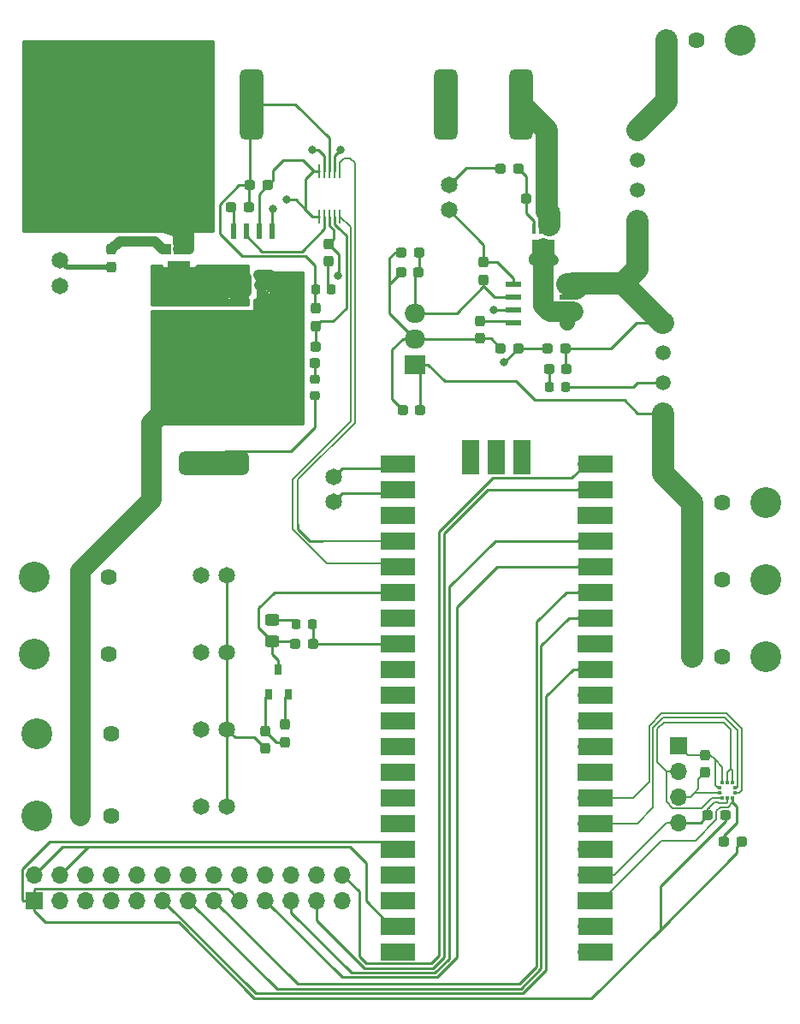
<source format=gtl>
G04 #@! TF.GenerationSoftware,KiCad,Pcbnew,(6.0.7)*
G04 #@! TF.CreationDate,2022-12-18T06:26:48+05:30*
G04 #@! TF.ProjectId,PowerBoard,506f7765-7242-46f6-9172-642e6b696361,rev?*
G04 #@! TF.SameCoordinates,Original*
G04 #@! TF.FileFunction,Copper,L1,Top*
G04 #@! TF.FilePolarity,Positive*
%FSLAX46Y46*%
G04 Gerber Fmt 4.6, Leading zero omitted, Abs format (unit mm)*
G04 Created by KiCad (PCBNEW (6.0.7)) date 2022-12-18 06:26:48*
%MOMM*%
%LPD*%
G01*
G04 APERTURE LIST*
G04 Aperture macros list*
%AMRoundRect*
0 Rectangle with rounded corners*
0 $1 Rounding radius*
0 $2 $3 $4 $5 $6 $7 $8 $9 X,Y pos of 4 corners*
0 Add a 4 corners polygon primitive as box body*
4,1,4,$2,$3,$4,$5,$6,$7,$8,$9,$2,$3,0*
0 Add four circle primitives for the rounded corners*
1,1,$1+$1,$2,$3*
1,1,$1+$1,$4,$5*
1,1,$1+$1,$6,$7*
1,1,$1+$1,$8,$9*
0 Add four rect primitives between the rounded corners*
20,1,$1+$1,$2,$3,$4,$5,0*
20,1,$1+$1,$4,$5,$6,$7,0*
20,1,$1+$1,$6,$7,$8,$9,0*
20,1,$1+$1,$8,$9,$2,$3,0*%
G04 Aperture macros list end*
G04 #@! TA.AperFunction,SMDPad,CuDef*
%ADD10RoundRect,0.237500X-0.237500X0.287500X-0.237500X-0.287500X0.237500X-0.287500X0.237500X0.287500X0*%
G04 #@! TD*
G04 #@! TA.AperFunction,ComponentPad*
%ADD11RoundRect,0.587500X-2.912500X0.587500X-2.912500X-0.587500X2.912500X-0.587500X2.912500X0.587500X0*%
G04 #@! TD*
G04 #@! TA.AperFunction,ComponentPad*
%ADD12C,1.620000*%
G04 #@! TD*
G04 #@! TA.AperFunction,ComponentPad*
%ADD13C,3.050000*%
G04 #@! TD*
G04 #@! TA.AperFunction,ComponentPad*
%ADD14R,1.700000X1.700000*%
G04 #@! TD*
G04 #@! TA.AperFunction,ComponentPad*
%ADD15O,1.700000X1.700000*%
G04 #@! TD*
G04 #@! TA.AperFunction,ComponentPad*
%ADD16C,1.650000*%
G04 #@! TD*
G04 #@! TA.AperFunction,SMDPad,CuDef*
%ADD17RoundRect,0.237500X0.287500X0.237500X-0.287500X0.237500X-0.287500X-0.237500X0.287500X-0.237500X0*%
G04 #@! TD*
G04 #@! TA.AperFunction,ComponentPad*
%ADD18R,2.000000X1.905000*%
G04 #@! TD*
G04 #@! TA.AperFunction,ComponentPad*
%ADD19O,2.000000X1.905000*%
G04 #@! TD*
G04 #@! TA.AperFunction,SMDPad,CuDef*
%ADD20RoundRect,0.237500X-0.287500X-0.237500X0.287500X-0.237500X0.287500X0.237500X-0.287500X0.237500X0*%
G04 #@! TD*
G04 #@! TA.AperFunction,SMDPad,CuDef*
%ADD21RoundRect,0.237500X0.237500X-0.287500X0.237500X0.287500X-0.237500X0.287500X-0.237500X-0.287500X0*%
G04 #@! TD*
G04 #@! TA.AperFunction,ComponentPad*
%ADD22R,1.520000X1.520000*%
G04 #@! TD*
G04 #@! TA.AperFunction,ComponentPad*
%ADD23C,1.520000*%
G04 #@! TD*
G04 #@! TA.AperFunction,SMDPad,CuDef*
%ADD24R,0.700000X1.000000*%
G04 #@! TD*
G04 #@! TA.AperFunction,SMDPad,CuDef*
%ADD25RoundRect,0.218750X0.256250X-0.218750X0.256250X0.218750X-0.256250X0.218750X-0.256250X-0.218750X0*%
G04 #@! TD*
G04 #@! TA.AperFunction,SMDPad,CuDef*
%ADD26RoundRect,0.218750X-0.218750X-0.256250X0.218750X-0.256250X0.218750X0.256250X-0.218750X0.256250X0*%
G04 #@! TD*
G04 #@! TA.AperFunction,SMDPad,CuDef*
%ADD27R,0.600000X1.550000*%
G04 #@! TD*
G04 #@! TA.AperFunction,SMDPad,CuDef*
%ADD28R,1.550000X0.600000*%
G04 #@! TD*
G04 #@! TA.AperFunction,SMDPad,CuDef*
%ADD29R,0.405000X0.990000*%
G04 #@! TD*
G04 #@! TA.AperFunction,SMDPad,CuDef*
%ADD30R,0.405000X0.510000*%
G04 #@! TD*
G04 #@! TA.AperFunction,SMDPad,CuDef*
%ADD31R,2.235000X1.725000*%
G04 #@! TD*
G04 #@! TA.AperFunction,SMDPad,CuDef*
%ADD32R,0.077000X0.250000*%
G04 #@! TD*
G04 #@! TA.AperFunction,SMDPad,CuDef*
%ADD33R,3.500000X1.700000*%
G04 #@! TD*
G04 #@! TA.AperFunction,SMDPad,CuDef*
%ADD34R,1.700000X3.500000*%
G04 #@! TD*
G04 #@! TA.AperFunction,SMDPad,CuDef*
%ADD35R,0.350000X0.380000*%
G04 #@! TD*
G04 #@! TA.AperFunction,SMDPad,CuDef*
%ADD36R,0.279400X1.333500*%
G04 #@! TD*
G04 #@! TA.AperFunction,ComponentPad*
%ADD37RoundRect,0.587500X0.587500X2.912500X-0.587500X2.912500X-0.587500X-2.912500X0.587500X-2.912500X0*%
G04 #@! TD*
G04 #@! TA.AperFunction,SMDPad,CuDef*
%ADD38RoundRect,0.250000X0.450000X-0.325000X0.450000X0.325000X-0.450000X0.325000X-0.450000X-0.325000X0*%
G04 #@! TD*
G04 #@! TA.AperFunction,SMDPad,CuDef*
%ADD39RoundRect,0.218750X0.218750X0.256250X-0.218750X0.256250X-0.218750X-0.256250X0.218750X-0.256250X0*%
G04 #@! TD*
G04 #@! TA.AperFunction,ViaPad*
%ADD40C,0.800000*%
G04 #@! TD*
G04 #@! TA.AperFunction,Conductor*
%ADD41C,0.250000*%
G04 #@! TD*
G04 #@! TA.AperFunction,Conductor*
%ADD42C,0.200000*%
G04 #@! TD*
G04 #@! TA.AperFunction,Conductor*
%ADD43C,2.000000*%
G04 #@! TD*
G04 #@! TA.AperFunction,Conductor*
%ADD44C,1.000000*%
G04 #@! TD*
G04 #@! TA.AperFunction,Conductor*
%ADD45C,2.500000*%
G04 #@! TD*
G04 #@! TA.AperFunction,Conductor*
%ADD46C,1.500000*%
G04 #@! TD*
G04 #@! TA.AperFunction,Conductor*
%ADD47C,2.200000*%
G04 #@! TD*
G04 #@! TA.AperFunction,Conductor*
%ADD48C,0.500000*%
G04 #@! TD*
G04 #@! TA.AperFunction,Conductor*
%ADD49C,0.254000*%
G04 #@! TD*
G04 APERTURE END LIST*
D10*
X86360000Y-80405000D03*
X86360000Y-82155000D03*
D11*
X96520000Y-94050000D03*
X96520000Y-101530000D03*
D12*
X146810000Y-105410000D03*
X143810000Y-105410000D03*
D13*
X151130000Y-105410000D03*
D14*
X142448606Y-129458684D03*
D15*
X142448606Y-131998684D03*
X142448606Y-134538684D03*
X142448606Y-137078684D03*
D12*
X146810000Y-120650000D03*
X143810000Y-120650000D03*
D13*
X151130000Y-120650000D03*
D16*
X119795080Y-76535920D03*
X119795080Y-74035920D03*
X81270900Y-83990820D03*
X81270900Y-81490820D03*
D12*
X83060000Y-112776000D03*
X86060000Y-112776000D03*
D13*
X78740000Y-112776000D03*
D12*
X83060000Y-120396000D03*
X86060000Y-120396000D03*
D13*
X78740000Y-120396000D03*
D12*
X83302924Y-128270000D03*
X86302924Y-128270000D03*
D13*
X78982924Y-128270000D03*
D12*
X83302924Y-136398000D03*
X86302924Y-136398000D03*
D13*
X78982924Y-136398000D03*
D17*
X126605000Y-72390000D03*
X124855000Y-72390000D03*
D18*
X116428520Y-91800680D03*
D19*
X116428520Y-89260680D03*
X116428520Y-86720680D03*
D14*
X78740000Y-144780000D03*
D15*
X78740000Y-142240000D03*
X81280000Y-144780000D03*
X81280000Y-142240000D03*
X83820000Y-144780000D03*
X83820000Y-142240000D03*
X86360000Y-144780000D03*
X86360000Y-142240000D03*
X88900000Y-144780000D03*
X88900000Y-142240000D03*
X91440000Y-144780000D03*
X91440000Y-142240000D03*
X93980000Y-144780000D03*
X93980000Y-142240000D03*
X96520000Y-144780000D03*
X96520000Y-142240000D03*
X99060000Y-144780000D03*
X99060000Y-142240000D03*
X101600000Y-144780000D03*
X101600000Y-142240000D03*
X104140000Y-144780000D03*
X104140000Y-142240000D03*
X106680000Y-144780000D03*
X106680000Y-142240000D03*
X109220000Y-144780000D03*
X109220000Y-142240000D03*
D20*
X104535000Y-119380000D03*
X106285000Y-119380000D03*
D21*
X145064806Y-132139624D03*
X145064806Y-130389624D03*
D16*
X108360000Y-105370000D03*
X108360000Y-102870000D03*
X97750000Y-112620000D03*
X95250000Y-112620000D03*
X97750000Y-120240000D03*
X95250000Y-120240000D03*
D21*
X103505000Y-129145000D03*
X103505000Y-127395000D03*
D12*
X146810000Y-113030000D03*
X143810000Y-113030000D03*
D13*
X151130000Y-113030000D03*
D22*
X140970000Y-87630000D03*
D23*
X140970000Y-90629999D03*
X140970000Y-93629998D03*
X140970000Y-96629997D03*
D12*
X144270000Y-59690000D03*
X141270000Y-59690000D03*
D13*
X148590000Y-59690000D03*
D20*
X124855000Y-90170000D03*
X126605000Y-90170000D03*
D21*
X123190000Y-83425000D03*
X123190000Y-81675000D03*
D24*
X101920000Y-124390000D03*
X103820000Y-124390000D03*
X102870000Y-121990000D03*
D25*
X106464100Y-94871640D03*
X106464100Y-93296640D03*
D26*
X106550360Y-84411820D03*
X108125360Y-84411820D03*
D27*
X98425000Y-83980000D03*
X99695000Y-83980000D03*
X100965000Y-83980000D03*
X102235000Y-83980000D03*
X102235000Y-78580000D03*
X100965000Y-78580000D03*
X99695000Y-78580000D03*
X98425000Y-78580000D03*
D28*
X131488160Y-87642700D03*
X131488160Y-86372700D03*
X131488160Y-85102700D03*
X131488160Y-83832700D03*
X126088160Y-83832700D03*
X126088160Y-85102700D03*
X126088160Y-86372700D03*
X126088160Y-87642700D03*
D29*
X130120520Y-78343240D03*
X129460520Y-78343240D03*
X128800520Y-78343240D03*
X128140520Y-78343240D03*
D30*
X128140520Y-81453240D03*
X128800520Y-81453240D03*
X129460520Y-81453240D03*
X130120520Y-81453240D03*
D31*
X129130520Y-80336240D03*
D32*
X127972520Y-81073240D03*
X130284520Y-81073240D03*
D29*
X94032000Y-80404000D03*
X93372000Y-80404000D03*
X92712000Y-80404000D03*
X92052000Y-80404000D03*
D30*
X92052000Y-83514000D03*
X92712000Y-83514000D03*
X93372000Y-83514000D03*
X94032000Y-83514000D03*
D31*
X93042000Y-82397000D03*
D32*
X91884000Y-83134000D03*
X94196000Y-83134000D03*
D33*
X134250000Y-149860000D03*
D15*
X133350000Y-149860000D03*
X133350000Y-147320000D03*
D33*
X134250000Y-147320000D03*
D14*
X133350000Y-144780000D03*
D33*
X134250000Y-144780000D03*
X134250000Y-142240000D03*
D15*
X133350000Y-142240000D03*
D33*
X134250000Y-139700000D03*
D15*
X133350000Y-139700000D03*
D33*
X134250000Y-137160000D03*
D15*
X133350000Y-137160000D03*
D33*
X134250000Y-134620000D03*
D15*
X133350000Y-134620000D03*
D33*
X134250000Y-132080000D03*
D14*
X133350000Y-132080000D03*
D33*
X134250000Y-129540000D03*
D15*
X133350000Y-129540000D03*
D33*
X134250000Y-127000000D03*
D15*
X133350000Y-127000000D03*
X133350000Y-124460000D03*
D33*
X134250000Y-124460000D03*
D15*
X133350000Y-121920000D03*
D33*
X134250000Y-121920000D03*
D14*
X133350000Y-119380000D03*
D33*
X134250000Y-119380000D03*
X134250000Y-116840000D03*
D15*
X133350000Y-116840000D03*
X133350000Y-114300000D03*
D33*
X134250000Y-114300000D03*
X134250000Y-111760000D03*
D15*
X133350000Y-111760000D03*
X133350000Y-109220000D03*
D33*
X134250000Y-109220000D03*
D14*
X133350000Y-106680000D03*
D33*
X134250000Y-106680000D03*
D15*
X133350000Y-104140000D03*
D33*
X134250000Y-104140000D03*
X134250000Y-101600000D03*
D15*
X133350000Y-101600000D03*
D33*
X114670000Y-101600000D03*
D15*
X115570000Y-101600000D03*
D33*
X114670000Y-104140000D03*
D15*
X115570000Y-104140000D03*
D33*
X114670000Y-106680000D03*
D14*
X115570000Y-106680000D03*
D15*
X115570000Y-109220000D03*
D33*
X114670000Y-109220000D03*
D15*
X115570000Y-111760000D03*
D33*
X114670000Y-111760000D03*
X114670000Y-114300000D03*
D15*
X115570000Y-114300000D03*
X115570000Y-116840000D03*
D33*
X114670000Y-116840000D03*
X114670000Y-119380000D03*
D14*
X115570000Y-119380000D03*
D33*
X114670000Y-121920000D03*
D15*
X115570000Y-121920000D03*
D33*
X114670000Y-124460000D03*
D15*
X115570000Y-124460000D03*
X115570000Y-127000000D03*
D33*
X114670000Y-127000000D03*
D15*
X115570000Y-129540000D03*
D33*
X114670000Y-129540000D03*
X114670000Y-132080000D03*
D14*
X115570000Y-132080000D03*
D15*
X115570000Y-134620000D03*
D33*
X114670000Y-134620000D03*
X114670000Y-137160000D03*
D15*
X115570000Y-137160000D03*
D33*
X114670000Y-139700000D03*
D15*
X115570000Y-139700000D03*
X115570000Y-142240000D03*
D33*
X114670000Y-142240000D03*
X114670000Y-144780000D03*
D14*
X115570000Y-144780000D03*
D33*
X114670000Y-147320000D03*
D15*
X115570000Y-147320000D03*
D33*
X114670000Y-149860000D03*
D15*
X115570000Y-149860000D03*
D34*
X127000000Y-100930000D03*
D15*
X127000000Y-101830000D03*
D34*
X124460000Y-100930000D03*
D14*
X124460000Y-101830000D03*
D34*
X121920000Y-100930000D03*
D15*
X121920000Y-101830000D03*
D35*
X146560406Y-133638444D03*
X146560406Y-134138444D03*
X146825406Y-134653444D03*
X147325406Y-134653444D03*
X147825406Y-134653444D03*
X148090406Y-134138444D03*
X148090406Y-133638444D03*
X147825406Y-133123444D03*
X147325406Y-133123444D03*
X146825406Y-133123444D03*
D36*
X108950001Y-72713850D03*
X108449999Y-72713850D03*
X107950000Y-72713850D03*
X107450001Y-72713850D03*
X106949999Y-72713850D03*
X106949999Y-77146150D03*
X107450001Y-77146150D03*
X107950000Y-77146150D03*
X108449999Y-77146150D03*
X108950001Y-77146150D03*
D22*
X138430000Y-68580000D03*
D23*
X138430000Y-71579999D03*
X138430000Y-74579998D03*
X138430000Y-77579997D03*
D16*
X97750000Y-135480000D03*
X95250000Y-135480000D03*
X97750000Y-127860000D03*
X95250000Y-127860000D03*
D37*
X100260000Y-66040000D03*
X92780000Y-66040000D03*
X126930000Y-66040000D03*
X119450000Y-66040000D03*
D38*
X102235000Y-119135000D03*
X102235000Y-117085000D03*
D10*
X106545380Y-86254620D03*
X106545380Y-88004620D03*
D17*
X129145000Y-75417680D03*
X127395000Y-75417680D03*
D21*
X101600000Y-129780000D03*
X101600000Y-128030000D03*
D17*
X131290000Y-90170000D03*
X129540000Y-90170000D03*
D20*
X145388686Y-136339544D03*
X147138686Y-136339544D03*
X104791540Y-90043000D03*
X106541540Y-90043000D03*
D21*
X107810300Y-81606360D03*
X107810300Y-79856360D03*
D17*
X106466580Y-91612720D03*
X104716580Y-91612720D03*
D20*
X129663220Y-92217240D03*
X131413220Y-92217240D03*
D10*
X88900000Y-77865000D03*
X88900000Y-79615000D03*
D39*
X106197500Y-117475000D03*
X104622500Y-117475000D03*
X131262220Y-94043500D03*
X129687220Y-94043500D03*
D10*
X122864880Y-87461120D03*
X122864880Y-89211120D03*
D17*
X116767580Y-82671920D03*
X115017580Y-82671920D03*
X116798060Y-80711040D03*
X115048060Y-80711040D03*
X116930140Y-96278700D03*
X115180140Y-96278700D03*
X148746506Y-138965904D03*
X146996506Y-138965904D03*
X101837460Y-74081640D03*
X100087460Y-74081640D03*
D20*
X98185000Y-76200000D03*
X99935000Y-76200000D03*
D40*
X102318820Y-76426060D03*
X124139960Y-86362540D03*
X108991400Y-70582960D03*
X108805980Y-82991960D03*
X103720900Y-75504040D03*
X106260900Y-70535800D03*
X125188980Y-91579700D03*
D41*
X102235000Y-119135000D02*
X104290000Y-119135000D01*
X104290000Y-119135000D02*
X104535000Y-119380000D01*
X102235000Y-120416320D02*
X102870000Y-121051320D01*
X100883720Y-116848090D02*
X100886260Y-116845550D01*
X102235000Y-119135000D02*
X102235000Y-120416320D01*
X102235000Y-119135000D02*
X100883720Y-117783720D01*
X100886260Y-115879880D02*
X102466140Y-114300000D01*
X102466140Y-114300000D02*
X115570000Y-114300000D01*
X100883720Y-117783720D02*
X100883720Y-116848090D01*
X102870000Y-121051320D02*
X102870000Y-121990000D01*
X100886260Y-116845550D02*
X100886260Y-115879880D01*
X103505000Y-127395000D02*
X103505000Y-124705000D01*
X103505000Y-124705000D02*
X103820000Y-124390000D01*
X101600000Y-124710000D02*
X101920000Y-124390000D01*
X103505000Y-129145000D02*
X102715000Y-129145000D01*
X101600000Y-128030000D02*
X101600000Y-124710000D01*
X102715000Y-129145000D02*
X101600000Y-128030000D01*
D42*
X147632746Y-131795484D02*
X147675926Y-131752304D01*
D41*
X113863120Y-83826380D02*
X113863120Y-86742780D01*
D42*
X147825406Y-133123444D02*
X147825406Y-131988144D01*
D41*
X113863120Y-86742780D02*
X116381020Y-89260680D01*
D42*
X144133842Y-138879544D02*
X140750458Y-138879544D01*
D41*
X114423060Y-80711040D02*
X113863120Y-81270980D01*
D42*
X145789630Y-134653444D02*
X146450406Y-134653444D01*
D41*
X106285000Y-119380000D02*
X106285000Y-117562500D01*
X105570450Y-81064530D02*
X99249528Y-81064530D01*
X104578150Y-66043810D02*
X104581960Y-66040000D01*
X106545380Y-86254620D02*
X106499560Y-86208800D01*
X97083880Y-78898882D02*
X97083880Y-75980610D01*
X115178520Y-89260680D02*
X114137440Y-90301760D01*
D42*
X140367942Y-131120101D02*
X141246525Y-131998684D01*
X146213696Y-135952654D02*
X146213696Y-136799690D01*
D41*
X115048060Y-80711040D02*
X114423060Y-80711040D01*
X106464100Y-98005900D02*
X104140000Y-100330000D01*
D42*
X146450406Y-134653444D02*
X146825406Y-134653444D01*
D41*
X97720000Y-100330000D02*
X96520000Y-101530000D01*
X102235000Y-78580000D02*
X102235000Y-76509880D01*
X126088160Y-83282700D02*
X126088160Y-83832700D01*
X106285000Y-117562500D02*
X106197500Y-117475000D01*
X123190000Y-81675000D02*
X124480460Y-81675000D01*
X99935000Y-74234100D02*
X100087460Y-74081640D01*
D42*
X142448606Y-131998684D02*
X141246525Y-131998684D01*
D41*
X148244886Y-135512924D02*
X147825406Y-135093444D01*
X106285000Y-119380000D02*
X115570000Y-119380000D01*
X98982850Y-74081640D02*
X100087460Y-74081640D01*
X115017580Y-82671920D02*
X113863120Y-83826380D01*
D42*
X147825406Y-134653444D02*
X147825406Y-135124145D01*
D41*
X122815320Y-89260680D02*
X122864880Y-89211120D01*
X123190000Y-81675000D02*
X123190000Y-79930840D01*
X114137440Y-90301760D02*
X114137440Y-95236000D01*
D42*
X147675926Y-131752304D02*
X147675926Y-127894044D01*
D41*
X116381020Y-89260680D02*
X116428520Y-89260680D01*
D42*
X147632746Y-131795484D02*
X147325406Y-132102824D01*
D41*
X123190000Y-79930840D02*
X119795080Y-76535920D01*
X99935000Y-76200000D02*
X99935000Y-74234100D01*
X104140000Y-100330000D02*
X97720000Y-100330000D01*
D42*
X147825406Y-131988144D02*
X147632746Y-131795484D01*
D41*
X146996506Y-138965904D02*
X146996506Y-138390904D01*
X147825406Y-135093444D02*
X147825406Y-134653444D01*
X100087460Y-66212540D02*
X100260000Y-66040000D01*
D42*
X134850002Y-144780000D02*
X133350000Y-144780000D01*
X147675926Y-127894044D02*
X146959646Y-127177764D01*
D41*
X100087460Y-74081640D02*
X100087460Y-66212540D01*
D42*
X140750458Y-138879544D02*
X134850002Y-144780000D01*
D41*
X148244886Y-137142524D02*
X148244886Y-135512924D01*
X107955080Y-69420740D02*
X104578150Y-66043810D01*
X107955080Y-71146818D02*
X107955080Y-69420740D01*
X122864880Y-89211120D02*
X123896120Y-89211120D01*
D42*
X146213696Y-136799690D02*
X144133842Y-138879544D01*
X146959646Y-127177764D02*
X141036369Y-127177764D01*
D41*
X124480460Y-81675000D02*
X126088160Y-83282700D01*
X107950000Y-71151898D02*
X107955080Y-71146818D01*
X113863120Y-81270980D02*
X113863120Y-86742780D01*
X106499560Y-86208800D02*
X106499560Y-81993640D01*
X106464100Y-94871640D02*
X106464100Y-98005900D01*
D42*
X141896605Y-135688685D02*
X144754389Y-135688685D01*
D41*
X131262220Y-94043500D02*
X138016498Y-94043500D01*
D42*
X141246525Y-135038605D02*
X141896605Y-135688685D01*
D41*
X106499560Y-81993640D02*
X105570450Y-81064530D01*
D42*
X141246525Y-131998684D02*
X141246525Y-135038605D01*
X147825406Y-135124145D02*
X147385017Y-135564534D01*
X147325406Y-133123444D02*
X147325406Y-132102824D01*
D41*
X138430000Y-93629998D02*
X140970000Y-93629998D01*
X116428520Y-89260680D02*
X122815320Y-89260680D01*
X102235000Y-76509880D02*
X102318820Y-76426060D01*
X116428520Y-89260680D02*
X115178520Y-89260680D01*
X97083880Y-75980610D02*
X98982850Y-74081640D01*
D42*
X147385017Y-135564534D02*
X146601816Y-135564534D01*
X141036369Y-127177764D02*
X140367942Y-127846191D01*
X146601816Y-135564534D02*
X146213696Y-135952654D01*
D41*
X138016498Y-94043500D02*
X138430000Y-93629998D01*
X123896120Y-89211120D02*
X124855000Y-90170000D01*
X107950000Y-72713850D02*
X107950000Y-71151898D01*
X114137440Y-95236000D02*
X115180140Y-96278700D01*
X99249528Y-81064530D02*
X97083880Y-78898882D01*
X104581960Y-66040000D02*
X100260000Y-66040000D01*
X146996506Y-138390904D02*
X148244886Y-137142524D01*
D42*
X140367942Y-127846191D02*
X140367942Y-131120101D01*
X144754389Y-135688685D02*
X145789630Y-134653444D01*
D41*
X98425000Y-78580000D02*
X98425000Y-76440000D01*
X98425000Y-76440000D02*
X98185000Y-76200000D01*
D43*
X90340180Y-105224580D02*
X90340180Y-97581720D01*
D44*
X102265000Y-83980000D02*
X102791260Y-83453740D01*
X102265000Y-83980000D02*
X102948740Y-84663740D01*
D45*
X96520000Y-94050000D02*
X91510000Y-94050000D01*
D44*
X100965000Y-83980000D02*
X102265000Y-83980000D01*
D41*
X101861620Y-84326620D02*
X101861620Y-84576920D01*
D44*
X102948740Y-84663740D02*
X102948740Y-86123780D01*
D45*
X95180000Y-92710000D02*
X92710000Y-92710000D01*
D44*
X102113080Y-82956400D02*
X100896420Y-82956400D01*
D45*
X96520000Y-94050000D02*
X95180000Y-92710000D01*
D43*
X90340180Y-97581720D02*
X91819990Y-96101910D01*
D44*
X100896420Y-82956400D02*
X100998020Y-83058000D01*
X102235000Y-83980000D02*
X102235000Y-83078320D01*
D43*
X83302924Y-112261836D02*
X90340180Y-105224580D01*
D45*
X101530000Y-94050000D02*
X101460000Y-93980000D01*
D43*
X83302924Y-136398000D02*
X83302924Y-112261836D01*
D41*
X101515000Y-83980000D02*
X101861620Y-84326620D01*
D45*
X96520000Y-94050000D02*
X101530000Y-94050000D01*
D44*
X102633780Y-86123780D02*
X101277420Y-84767420D01*
D45*
X96520000Y-94050000D02*
X97860000Y-92710000D01*
X97860000Y-92710000D02*
X101600000Y-92710000D01*
X95274290Y-95295710D02*
X92755710Y-95295710D01*
X96520000Y-94050000D02*
X95274290Y-95295710D01*
X96520000Y-94050000D02*
X97765710Y-95295710D01*
D43*
X91819990Y-96101910D02*
X91819990Y-96070010D01*
D44*
X100998020Y-83058000D02*
X103294180Y-83058000D01*
D41*
X100965000Y-83980000D02*
X101515000Y-83980000D01*
D44*
X102948740Y-86123780D02*
X102633780Y-86123780D01*
D45*
X97765710Y-95295710D02*
X100284290Y-95295710D01*
D43*
X91819990Y-96070010D02*
X95180000Y-92710000D01*
D44*
X102235000Y-83078320D02*
X102113080Y-82956400D01*
D41*
X93042000Y-82524000D02*
X94032000Y-83514000D01*
D45*
X98425000Y-83980000D02*
X97790000Y-83980000D01*
D44*
X98425000Y-83774280D02*
X97784920Y-83134200D01*
X98425000Y-83728560D02*
X99344480Y-82809080D01*
D41*
X98607880Y-85333840D02*
X98729800Y-85211920D01*
X92052000Y-83009000D02*
X91747940Y-82704940D01*
D44*
X92052000Y-83433780D02*
X91587320Y-82969100D01*
X98425000Y-83980000D02*
X98425000Y-84134960D01*
D41*
X98975000Y-83980000D02*
X99138740Y-83816260D01*
D44*
X94809380Y-83514000D02*
X93692380Y-82397000D01*
D41*
X98425000Y-83980000D02*
X98425000Y-85005000D01*
D44*
X98425000Y-84165440D02*
X97784920Y-84805520D01*
D41*
X94361460Y-82679540D02*
X94894400Y-82679540D01*
D45*
X97790000Y-83980000D02*
X96680000Y-83980000D01*
D41*
X94032000Y-83514000D02*
X94032000Y-83009000D01*
X98425000Y-83980000D02*
X98975000Y-83980000D01*
D44*
X98425000Y-83980000D02*
X98425000Y-84165440D01*
D45*
X98425000Y-83980000D02*
X98425000Y-83185000D01*
D41*
X93042000Y-82397000D02*
X93042000Y-82524000D01*
D44*
X92052000Y-83514000D02*
X94809380Y-83514000D01*
D41*
X92052000Y-83514000D02*
X92052000Y-83009000D01*
X94032000Y-83009000D02*
X94361460Y-82679540D01*
D44*
X98425000Y-83980000D02*
X98425000Y-83728560D01*
D41*
X91747940Y-82704940D02*
X91427300Y-82704940D01*
D44*
X91587320Y-82969100D02*
X91587320Y-84246720D01*
D41*
X93042000Y-83184000D02*
X93372000Y-83514000D01*
X98096160Y-85333840D02*
X98607880Y-85333840D01*
D44*
X99696410Y-84651710D02*
X99319080Y-85029040D01*
D41*
X93042000Y-82524000D02*
X92052000Y-83514000D01*
D44*
X91587320Y-84246720D02*
X91592400Y-84241640D01*
X91592400Y-84241640D02*
X94589600Y-84241640D01*
X93692380Y-82397000D02*
X93042000Y-82397000D01*
X99344480Y-82809080D02*
X99696410Y-83161010D01*
D41*
X93042000Y-83184000D02*
X92712000Y-83514000D01*
D44*
X99696410Y-83161010D02*
X99696410Y-84651710D01*
D41*
X98425000Y-85005000D02*
X98096160Y-85333840D01*
D44*
X98425000Y-83980000D02*
X98425000Y-83774280D01*
D41*
X93042000Y-82397000D02*
X93042000Y-83184000D01*
D44*
X92052000Y-83514000D02*
X92052000Y-83433780D01*
X98425000Y-84134960D02*
X99319080Y-85029040D01*
D41*
X107450001Y-78062900D02*
X107450001Y-77146150D01*
X105199180Y-80614520D02*
X107450001Y-78363699D01*
X99695000Y-78580000D02*
X99695000Y-79055000D01*
X99695000Y-79055000D02*
X101254520Y-80614520D01*
X101254520Y-80614520D02*
X105199180Y-80614520D01*
X107450001Y-78363699D02*
X107450001Y-78062900D01*
D43*
X129130520Y-85980062D02*
X129753159Y-86602701D01*
X129130520Y-85950520D02*
X129130520Y-85980062D01*
X129753159Y-86602701D02*
X132080000Y-86602701D01*
D44*
X128140520Y-81326240D02*
X129130520Y-80336240D01*
D46*
X131488160Y-87194541D02*
X132080000Y-86602701D01*
D44*
X129130520Y-80336240D02*
X129130520Y-80463240D01*
X128140520Y-81453240D02*
X128140520Y-81326240D01*
X129130520Y-80463240D02*
X130120520Y-81453240D01*
D46*
X131488160Y-87642700D02*
X131488160Y-87194541D01*
D43*
X129130520Y-80336240D02*
X129130520Y-85950520D01*
D41*
X108449999Y-72713850D02*
X108449999Y-71124361D01*
X124150120Y-86372700D02*
X124139960Y-86362540D01*
X108449999Y-71124361D02*
X108991400Y-70582960D01*
X126088160Y-86372700D02*
X124150120Y-86372700D01*
D47*
X136987280Y-83761580D02*
X140855700Y-87630000D01*
D41*
X138323320Y-87630000D02*
X140970000Y-87630000D01*
X131290000Y-90170000D02*
X135783320Y-90170000D01*
D47*
X131488160Y-83832700D02*
X132758160Y-83832700D01*
X131963160Y-83832700D02*
X132034280Y-83761580D01*
D46*
X132288169Y-84302691D02*
X131938169Y-84652691D01*
D41*
X135783320Y-90170000D02*
X138323320Y-87630000D01*
D44*
X132770860Y-83820000D02*
X131688169Y-84902691D01*
D47*
X138394440Y-82354420D02*
X138394440Y-77615557D01*
D43*
X131488160Y-83832700D02*
X131963160Y-83832700D01*
X131963160Y-83832700D02*
X131975860Y-83820000D01*
D47*
X136987280Y-83761580D02*
X138394440Y-82354420D01*
D43*
X131975860Y-83820000D02*
X133350000Y-83820000D01*
D47*
X132034280Y-83761580D02*
X136987280Y-83761580D01*
D41*
X131290000Y-90170000D02*
X131290000Y-92094020D01*
D47*
X140855700Y-87630000D02*
X140970000Y-87630000D01*
X138394440Y-77615557D02*
X138430000Y-77579997D01*
D46*
X133350000Y-83820000D02*
X132770860Y-83820000D01*
D47*
X132758160Y-83832700D02*
X132770860Y-83820000D01*
X132770860Y-83820000D02*
X131975860Y-83820000D01*
X132770860Y-83820000D02*
X132288169Y-84302691D01*
D41*
X131290000Y-92094020D02*
X131413220Y-92217240D01*
X122864880Y-87461120D02*
X125906580Y-87461120D01*
X125906580Y-87461120D02*
X126088160Y-87642700D01*
X127395000Y-75992680D02*
X127395000Y-75417680D01*
X127395000Y-75417680D02*
X127395000Y-73180000D01*
X127395000Y-73180000D02*
X126605000Y-72390000D01*
X127395000Y-76852720D02*
X127395000Y-75992680D01*
X128140520Y-77598240D02*
X127395000Y-76852720D01*
X128140520Y-78343240D02*
X128140520Y-77598240D01*
D47*
X126930000Y-66040000D02*
X129470000Y-68580000D01*
X129470000Y-68580000D02*
X129470000Y-76635218D01*
X129643021Y-76808239D02*
X129643021Y-78036230D01*
X129470000Y-76635218D02*
X129643021Y-76808239D01*
D44*
X88900000Y-79615000D02*
X90617930Y-79615000D01*
X88900000Y-79615000D02*
X87150000Y-79615000D01*
X91406930Y-80404000D02*
X91754491Y-80404000D01*
X87150000Y-79615000D02*
X86360000Y-80405000D01*
X90617930Y-79615000D02*
X91406930Y-80404000D01*
D41*
X104825800Y-107563920D02*
X104825800Y-108061352D01*
X105984448Y-109220000D02*
X107210860Y-109220000D01*
D42*
X110423960Y-97602040D02*
X104825800Y-103200200D01*
X108950001Y-72713850D02*
X108950001Y-71847100D01*
D41*
X104825800Y-108061352D02*
X105984448Y-109220000D01*
D42*
X109354521Y-71442580D02*
X109987080Y-71442580D01*
X104825800Y-103200200D02*
X104825800Y-107563920D01*
X110423960Y-71879460D02*
X110423960Y-97602040D01*
X109987080Y-71442580D02*
X110423960Y-71879460D01*
X107210860Y-109220000D02*
X115570000Y-109220000D01*
X108950001Y-71847100D02*
X109354521Y-71442580D01*
X107647740Y-111484346D02*
X115294346Y-111484346D01*
X104259380Y-103182420D02*
X104259380Y-108095986D01*
X108950001Y-77146150D02*
X110012480Y-78208629D01*
X115294346Y-111484346D02*
X115570000Y-111760000D01*
X110012480Y-97429320D02*
X104259380Y-103182420D01*
X110012480Y-78208629D02*
X110012480Y-97429320D01*
X104259380Y-108095986D02*
X107647740Y-111484346D01*
D41*
X104140000Y-145982081D02*
X110092942Y-151935023D01*
X124322840Y-109220000D02*
X133350000Y-109220000D01*
X118377139Y-151935023D02*
X119768620Y-150543542D01*
X104140000Y-144780000D02*
X104140000Y-145982081D01*
X110092942Y-151935023D02*
X118377139Y-151935023D01*
X119768620Y-113774220D02*
X124322840Y-109220000D01*
X119768620Y-150543542D02*
X119768620Y-113774220D01*
D42*
X139567920Y-127514813D02*
X139567920Y-133065520D01*
X148481845Y-134138444D02*
X148716095Y-133904194D01*
X140772339Y-126310394D02*
X139567920Y-127514813D01*
X148716095Y-127794473D02*
X147232015Y-126310393D01*
X139567920Y-133065520D02*
X138013440Y-134620000D01*
X147232015Y-126310393D02*
X140772339Y-126310394D01*
X148716095Y-133904194D02*
X148716095Y-127794473D01*
X148090406Y-134138444D02*
X148481845Y-134138444D01*
X138013440Y-134620000D02*
X133350000Y-134620000D01*
D41*
X108309372Y-78422272D02*
X108309372Y-79357288D01*
X108858220Y-80904280D02*
X108858220Y-82939720D01*
X108858220Y-82939720D02*
X108805980Y-82991960D01*
X107950000Y-77146150D02*
X107950000Y-78062900D01*
X107810300Y-79856360D02*
X108858220Y-80904280D01*
X107950000Y-78062900D02*
X108309372Y-78422272D01*
X108309372Y-79357288D02*
X107810300Y-79856360D01*
D42*
X146343886Y-133638444D02*
X146139226Y-133433784D01*
D41*
X148247434Y-140100986D02*
X140680440Y-147667980D01*
X78740000Y-144780000D02*
X78740000Y-145880000D01*
D42*
X149116106Y-138596304D02*
X148746506Y-138965904D01*
D41*
X78740000Y-144780000D02*
X77640000Y-144780000D01*
X114871500Y-139001500D02*
X115570000Y-139700000D01*
X78740000Y-143680000D02*
X78815001Y-143604999D01*
D42*
X146825406Y-132733444D02*
X146825406Y-133123444D01*
D41*
X77640000Y-144780000D02*
X77564999Y-144704999D01*
X100501310Y-154477720D02*
X133870700Y-154477720D01*
D42*
X145064806Y-130389624D02*
X143379546Y-130389624D01*
D41*
X147138686Y-136914544D02*
X147138686Y-136339544D01*
X148746506Y-138965904D02*
X148247434Y-139464976D01*
X92995610Y-146972020D02*
X100501310Y-154477720D01*
D42*
X145064806Y-130389624D02*
X145639806Y-130389624D01*
X146136346Y-130886164D02*
X146825406Y-131575224D01*
X143379546Y-130389624D02*
X142448606Y-129458684D01*
D41*
X79832020Y-146972020D02*
X92995610Y-146972020D01*
D42*
X146825406Y-131575224D02*
X146825406Y-132733444D01*
D41*
X78740000Y-144780000D02*
X78740000Y-143680000D01*
X97884999Y-143604999D02*
X98210001Y-143930001D01*
D42*
X146560406Y-133638444D02*
X146343886Y-133638444D01*
D41*
X148247434Y-139464976D02*
X148247434Y-140100986D01*
X98210001Y-143930001D02*
X99060000Y-144780000D01*
X140680440Y-143372790D02*
X147138686Y-136914544D01*
X133870700Y-154477720D02*
X140680440Y-147667980D01*
X78740000Y-145880000D02*
X79832020Y-146972020D01*
X77564999Y-141675999D02*
X80239498Y-139001500D01*
X77564999Y-144704999D02*
X77564999Y-141675999D01*
D42*
X146139226Y-130889044D02*
X146136346Y-130886164D01*
D41*
X140680440Y-147667980D02*
X140680440Y-143372790D01*
X80239498Y-139001500D02*
X114871500Y-139001500D01*
X78815001Y-143604999D02*
X97884999Y-143604999D01*
D42*
X145639806Y-130389624D02*
X146136346Y-130886164D01*
X146139226Y-133433784D02*
X146139226Y-130889044D01*
D41*
X104602280Y-75504040D02*
X105587800Y-76489560D01*
X105587800Y-73472040D02*
X105587800Y-76489560D01*
X123190000Y-83425000D02*
X123190000Y-84050000D01*
X125063160Y-85102700D02*
X126088160Y-85102700D01*
X100965000Y-74954100D02*
X101837460Y-74081640D01*
X106244390Y-77146150D02*
X106949999Y-77146150D01*
X106381550Y-72713850D02*
X106949999Y-72713850D01*
X106381550Y-72713850D02*
X106345990Y-72713850D01*
X103720900Y-75504040D02*
X104602280Y-75504040D01*
X123190000Y-84050000D02*
X124242700Y-85102700D01*
X78740000Y-142240000D02*
X81490820Y-139489180D01*
X105267760Y-71600060D02*
X106381550Y-72713850D01*
X123183520Y-84050000D02*
X120512840Y-86720680D01*
X123190000Y-84050000D02*
X123183520Y-84050000D01*
X102336532Y-73582568D02*
X102336532Y-72608508D01*
X81490820Y-139489180D02*
X84033360Y-139489180D01*
X111549180Y-144844182D02*
X114024998Y-147320000D01*
X111549180Y-141076680D02*
X111549180Y-144844182D01*
X114024998Y-147320000D02*
X115570000Y-147320000D01*
X106345990Y-72713850D02*
X105587800Y-73472040D01*
X116798060Y-80711040D02*
X116798060Y-82641440D01*
X102336532Y-72608508D02*
X103344980Y-71600060D01*
X120512840Y-86720680D02*
X116428520Y-86720680D01*
X116428520Y-86720680D02*
X116428520Y-83010980D01*
X124242700Y-85102700D02*
X125063160Y-85102700D01*
X101837460Y-74081640D02*
X102336532Y-73582568D01*
X116428520Y-83010980D02*
X116767580Y-82671920D01*
X84033360Y-139489180D02*
X109961680Y-139489180D01*
X103344980Y-71600060D02*
X105267760Y-71600060D01*
X105587800Y-76489560D02*
X106244390Y-77146150D01*
X100965000Y-78580000D02*
X100965000Y-74954100D01*
X116798060Y-82641440D02*
X116767580Y-82671920D01*
X81280000Y-142240000D02*
X84030820Y-139489180D01*
X109961680Y-139489180D02*
X111549180Y-141076680D01*
X84030820Y-139489180D02*
X84033360Y-139489180D01*
D42*
X148090406Y-133638444D02*
X148187546Y-133638444D01*
X139967931Y-135622069D02*
X138430000Y-137160000D01*
X148187546Y-133638444D02*
X148303306Y-133522684D01*
X148203166Y-133638444D02*
X148204626Y-133636984D01*
X147066326Y-126710404D02*
X140938029Y-126710404D01*
X139967931Y-127680502D02*
X139967931Y-135622069D01*
X148303306Y-127947384D02*
X147066326Y-126710404D01*
X140938029Y-126710404D02*
X139967931Y-127680502D01*
X148090406Y-133638444D02*
X148203166Y-133638444D01*
X148303306Y-133522684D02*
X148303306Y-127947384D01*
X138430000Y-137160000D02*
X133350000Y-137160000D01*
D41*
X124080151Y-103029999D02*
X131920001Y-103029999D01*
X118004339Y-151035001D02*
X118790291Y-150249049D01*
X118790291Y-108319859D02*
X124080151Y-103029999D01*
X110853220Y-150296880D02*
X111591341Y-151035001D01*
X118790291Y-150249049D02*
X118790291Y-108319859D01*
X110853220Y-143873220D02*
X110853220Y-150296880D01*
X111591341Y-151035001D02*
X118004339Y-151035001D01*
X131920001Y-103029999D02*
X133350000Y-101600000D01*
X109220000Y-142240000D02*
X110853220Y-143873220D01*
X100631867Y-153971867D02*
X127061634Y-153971866D01*
X129377440Y-124602240D02*
X132059680Y-121920000D01*
X129377440Y-151656060D02*
X129377440Y-124602240D01*
X91440000Y-144780000D02*
X100631867Y-153971867D01*
X132059680Y-121920000D02*
X133350000Y-121920000D01*
X127061634Y-153971866D02*
X129377440Y-151656060D01*
X128410001Y-151350679D02*
X128410001Y-117243559D01*
X126688832Y-153071848D02*
X128410001Y-151350679D01*
X104811848Y-153071848D02*
X126688832Y-153071848D01*
X131353560Y-114300000D02*
X133350000Y-114300000D01*
X96520000Y-144780000D02*
X104811848Y-153071848D01*
X128410001Y-117243559D02*
X131353560Y-114300000D01*
X93980000Y-144780000D02*
X102721858Y-153521858D01*
X128860011Y-119585009D02*
X131605020Y-116840000D01*
X126875233Y-153521857D02*
X128860011Y-151537079D01*
X131605020Y-116840000D02*
X133350000Y-116840000D01*
X128860011Y-151537079D02*
X128860011Y-119585009D01*
X102721858Y-153521858D02*
X126875233Y-153521857D01*
X118563539Y-152385034D02*
X120509999Y-150438574D01*
X120509999Y-115796361D02*
X124546360Y-111760000D01*
X109205034Y-152385034D02*
X118563539Y-152385034D01*
X124546360Y-111760000D02*
X133350000Y-111760000D01*
X101600000Y-144780000D02*
X109205034Y-152385034D01*
X120509999Y-150438574D02*
X120509999Y-115796361D01*
X106680000Y-146760071D02*
X111404941Y-151485012D01*
X123606560Y-104140000D02*
X133350000Y-104140000D01*
X106680000Y-144780000D02*
X106680000Y-146760071D01*
X111404941Y-151485012D02*
X118190739Y-151485012D01*
X118190739Y-151485012D02*
X119240302Y-150435449D01*
X119240302Y-108506258D02*
X123606560Y-104140000D01*
X119240302Y-150435449D02*
X119240302Y-108506258D01*
D42*
X142448606Y-134538684D02*
X143650687Y-134538684D01*
X144050927Y-134132703D02*
X144432346Y-133751284D01*
X144050927Y-134138444D02*
X144050927Y-134132703D01*
X143650687Y-134538684D02*
X144050927Y-134138444D01*
X144050927Y-134138444D02*
X146714726Y-134138444D01*
X144432346Y-132772084D02*
X145064806Y-132139624D01*
X144432346Y-133751284D02*
X144432346Y-132772084D01*
X146394924Y-135127964D02*
X145986826Y-135127964D01*
X136090660Y-142240000D02*
X141251976Y-137078684D01*
X147240407Y-135143445D02*
X146410405Y-135143445D01*
X147325406Y-135058446D02*
X147240407Y-135143445D01*
X145491526Y-135623264D02*
X145313726Y-135801064D01*
X145491526Y-135661704D02*
X145491526Y-135623264D01*
X147325406Y-134653444D02*
X147325406Y-135058446D01*
D41*
X144649546Y-137078684D02*
X145388686Y-136339544D01*
D42*
X145388686Y-136339544D02*
X145388686Y-135764544D01*
X145388686Y-135764544D02*
X145491526Y-135661704D01*
X141251976Y-137078684D02*
X142448606Y-137078684D01*
X146410405Y-135143445D02*
X146394924Y-135127964D01*
X133350000Y-142240000D02*
X136090660Y-142240000D01*
X145986826Y-135127964D02*
X145491526Y-135623264D01*
D41*
X142448606Y-137078684D02*
X144649546Y-137078684D01*
D44*
X92954501Y-78984501D02*
X92954501Y-79765499D01*
X92780000Y-62300000D02*
X91510000Y-62300000D01*
X91510000Y-64770000D02*
X91510000Y-62300000D01*
X93203000Y-79517000D02*
X93203000Y-79233000D01*
X92780000Y-69640000D02*
X92780000Y-66040000D01*
X93203000Y-79233000D02*
X92954501Y-78984501D01*
X92780000Y-66040000D02*
X91510000Y-64770000D01*
D45*
X94025710Y-64794290D02*
X94025710Y-61005710D01*
D44*
X93372000Y-80404000D02*
X92954501Y-80404000D01*
X92954501Y-79765499D02*
X93203000Y-79517000D01*
X92710000Y-69850000D02*
X92780000Y-69780000D01*
X94032000Y-80404000D02*
X93372000Y-80404000D01*
X93372000Y-80404000D02*
X93372000Y-78909000D01*
X92990000Y-69850000D02*
X92780000Y-69640000D01*
X94025710Y-64794290D02*
X94025710Y-63545710D01*
X93372000Y-78909000D02*
X90760465Y-78060465D01*
X93980000Y-69850000D02*
X93980000Y-62230000D01*
X93203000Y-78740000D02*
X93203000Y-79517000D01*
X92780000Y-69780000D02*
X92780000Y-66040000D01*
X92780000Y-66040000D02*
X94025710Y-64794290D01*
X94032000Y-80404000D02*
X94032000Y-78792000D01*
X90170000Y-77470000D02*
X90760465Y-78060465D01*
X91440000Y-67380000D02*
X91440000Y-69850000D01*
X94025710Y-63545710D02*
X92710000Y-62230000D01*
D45*
X92780000Y-66040000D02*
X91440000Y-66040000D01*
D44*
X91440000Y-69850000D02*
X92710000Y-69850000D01*
X93372000Y-78909000D02*
X93203000Y-78740000D01*
X92780000Y-66040000D02*
X92780000Y-62300000D01*
X90170000Y-66040000D02*
X92780000Y-66040000D01*
X93980000Y-69850000D02*
X92990000Y-69850000D01*
D41*
X126605000Y-90170000D02*
X129540000Y-90170000D01*
X106812080Y-70535800D02*
X106260900Y-70535800D01*
X126598680Y-90170000D02*
X125188980Y-91579700D01*
X107450001Y-71173721D02*
X106812080Y-70535800D01*
X126605000Y-90170000D02*
X126598680Y-90170000D01*
X107450001Y-72713850D02*
X107450001Y-71173721D01*
X108785660Y-78262152D02*
X109583220Y-79059712D01*
X108785660Y-78262152D02*
X108449999Y-77926491D01*
X107044452Y-87505548D02*
X106545380Y-88004620D01*
X109583220Y-86222840D02*
X108300512Y-87505548D01*
X108785660Y-78348840D02*
X108785660Y-78262152D01*
X109583220Y-79059712D02*
X109583220Y-86222840D01*
X108300512Y-87505548D02*
X107044452Y-87505548D01*
X106545380Y-88004620D02*
X106545380Y-90039160D01*
X106545380Y-90039160D02*
X106541540Y-90043000D01*
X108449999Y-77926491D02*
X108449999Y-77146150D01*
X119314280Y-93436440D02*
X126347220Y-93436440D01*
D47*
X140970000Y-96629997D02*
X140970000Y-102570000D01*
D41*
X116428520Y-91800680D02*
X117678520Y-91800680D01*
D47*
X143810000Y-105410000D02*
X143810000Y-120650000D01*
D41*
X137105883Y-95305880D02*
X138430000Y-96629997D01*
X116930140Y-92302300D02*
X116428520Y-91800680D01*
X128216660Y-95305880D02*
X137105883Y-95305880D01*
X117678520Y-91800680D02*
X119314280Y-93436440D01*
D47*
X140970000Y-102570000D02*
X143810000Y-105410000D01*
D41*
X126347220Y-93436440D02*
X128216660Y-95305880D01*
X116930140Y-96278700D02*
X116930140Y-92302300D01*
X138430000Y-96629997D02*
X140970000Y-96629997D01*
D47*
X141270000Y-65740000D02*
X138430000Y-68580000D01*
X141270000Y-59690000D02*
X141270000Y-65740000D01*
D41*
X97750000Y-127860000D02*
X97750000Y-126693274D01*
X97750000Y-120240000D02*
X97750000Y-119073274D01*
X97750000Y-126693274D02*
X97750000Y-120240000D01*
X97750000Y-119073274D02*
X97750000Y-112620000D01*
X101100928Y-129280928D02*
X101600000Y-129780000D01*
X98574999Y-128684999D02*
X100504999Y-128684999D01*
X100504999Y-128684999D02*
X101100928Y-129280928D01*
X97750000Y-135480000D02*
X97750000Y-134313274D01*
X97750000Y-127860000D02*
X98574999Y-128684999D01*
X97750000Y-134313274D02*
X97750000Y-127860000D01*
X104232500Y-117085000D02*
X104622500Y-117475000D01*
X102235000Y-117085000D02*
X104232500Y-117085000D01*
X107797600Y-84084060D02*
X107797600Y-81619060D01*
X107797600Y-81619060D02*
X107810300Y-81606360D01*
X108125360Y-84411820D02*
X107797600Y-84084060D01*
X106466580Y-93294160D02*
X106464100Y-93296640D01*
X106466580Y-91612720D02*
X106466580Y-93294160D01*
X129663220Y-94019500D02*
X129687220Y-94043500D01*
X129663220Y-92217240D02*
X129663220Y-94019500D01*
X121443540Y-72387460D02*
X119795080Y-74035920D01*
X124230000Y-72390000D02*
X124227460Y-72387460D01*
X124227460Y-72387460D02*
X121443540Y-72387460D01*
X124855000Y-72390000D02*
X124230000Y-72390000D01*
D48*
X86360000Y-82155000D02*
X81935080Y-82155000D01*
X81935080Y-82155000D02*
X81270900Y-81490820D01*
D41*
X108360000Y-102870000D02*
X109184999Y-102045001D01*
X115124999Y-102045001D02*
X115570000Y-101600000D01*
X109184999Y-102045001D02*
X115124999Y-102045001D01*
X108360000Y-105370000D02*
X109184999Y-104545001D01*
X109184999Y-104545001D02*
X115164999Y-104545001D01*
X115164999Y-104545001D02*
X115570000Y-104140000D01*
D49*
X96393000Y-63373000D02*
X94590000Y-63373000D01*
X94590000Y-62413690D01*
X94493327Y-62180301D01*
X94314698Y-62001673D01*
X94081309Y-61905000D01*
X93065750Y-61905000D01*
X92907000Y-62063750D01*
X92907000Y-63373000D01*
X92653000Y-63373000D01*
X92653000Y-62063750D01*
X92494250Y-61905000D01*
X91478691Y-61905000D01*
X91245302Y-62001673D01*
X91066673Y-62180301D01*
X90970000Y-62413690D01*
X90970000Y-63373000D01*
X77597000Y-63373000D01*
X77597000Y-59817000D01*
X96393000Y-59817000D01*
X96393000Y-63373000D01*
X96393000Y-63373000D02*
X96393000Y-59817000D01*
G04 #@! TA.AperFunction,Conductor*
G36*
X96393000Y-63373000D02*
G01*
X94590000Y-63373000D01*
X94590000Y-62413690D01*
X94493327Y-62180301D01*
X94314698Y-62001673D01*
X94081309Y-61905000D01*
X93065750Y-61905000D01*
X92907000Y-62063750D01*
X92907000Y-63373000D01*
X92653000Y-63373000D01*
X92653000Y-62063750D01*
X92494250Y-61905000D01*
X91478691Y-61905000D01*
X91245302Y-62001673D01*
X91066673Y-62180301D01*
X90970000Y-62413690D01*
X90970000Y-63373000D01*
X77597000Y-63373000D01*
X77597000Y-59817000D01*
X96393000Y-59817000D01*
X96393000Y-63373000D01*
G37*
G04 #@! TD.AperFunction*
X105283000Y-97663000D02*
X90297000Y-97663000D01*
X90297000Y-93462500D01*
X92372560Y-93462500D01*
X92372560Y-94637500D01*
X92466564Y-95110091D01*
X92734266Y-95510734D01*
X93134909Y-95778436D01*
X93607500Y-95872440D01*
X99432500Y-95872440D01*
X99905091Y-95778436D01*
X100305734Y-95510734D01*
X100573436Y-95110091D01*
X100667440Y-94637500D01*
X100667440Y-93462500D01*
X100573436Y-92989909D01*
X100305734Y-92589266D01*
X99905091Y-92321564D01*
X99432500Y-92227560D01*
X93607500Y-92227560D01*
X93134909Y-92321564D01*
X92734266Y-92589266D01*
X92466564Y-92989909D01*
X92372560Y-93462500D01*
X90297000Y-93462500D01*
X90297000Y-86487000D01*
X100330000Y-86487000D01*
X100378601Y-86477333D01*
X100419803Y-86449803D01*
X100447333Y-86408601D01*
X100457000Y-86360000D01*
X100457000Y-85356163D01*
X100538690Y-85390000D01*
X100679250Y-85390000D01*
X100838000Y-85231250D01*
X100838000Y-84107000D01*
X101092000Y-84107000D01*
X101092000Y-85231250D01*
X101250750Y-85390000D01*
X101391310Y-85390000D01*
X101600000Y-85303558D01*
X101808690Y-85390000D01*
X101949250Y-85390000D01*
X102108000Y-85231250D01*
X102108000Y-84107000D01*
X102362000Y-84107000D01*
X102362000Y-85231250D01*
X102520750Y-85390000D01*
X102661310Y-85390000D01*
X102894699Y-85293327D01*
X103073327Y-85114698D01*
X103170000Y-84881309D01*
X103170000Y-84265750D01*
X103011250Y-84107000D01*
X102362000Y-84107000D01*
X102108000Y-84107000D01*
X101092000Y-84107000D01*
X100838000Y-84107000D01*
X100818000Y-84107000D01*
X100818000Y-83853000D01*
X100838000Y-83853000D01*
X100838000Y-83833000D01*
X101092000Y-83833000D01*
X101092000Y-83853000D01*
X102108000Y-83853000D01*
X102108000Y-83833000D01*
X102362000Y-83833000D01*
X102362000Y-83853000D01*
X103011250Y-83853000D01*
X103170000Y-83694250D01*
X103170000Y-83078691D01*
X103073327Y-82845302D01*
X102905026Y-82677000D01*
X105283000Y-82677000D01*
X105283000Y-97663000D01*
X105283000Y-97663000D02*
X105283000Y-82677000D01*
G04 #@! TA.AperFunction,Conductor*
G36*
X105283000Y-97663000D02*
G01*
X90297000Y-97663000D01*
X90297000Y-93462500D01*
X92372560Y-93462500D01*
X92372560Y-94637500D01*
X92466564Y-95110091D01*
X92734266Y-95510734D01*
X93134909Y-95778436D01*
X93607500Y-95872440D01*
X99432500Y-95872440D01*
X99905091Y-95778436D01*
X100305734Y-95510734D01*
X100573436Y-95110091D01*
X100667440Y-94637500D01*
X100667440Y-93462500D01*
X100573436Y-92989909D01*
X100305734Y-92589266D01*
X99905091Y-92321564D01*
X99432500Y-92227560D01*
X93607500Y-92227560D01*
X93134909Y-92321564D01*
X92734266Y-92589266D01*
X92466564Y-92989909D01*
X92372560Y-93462500D01*
X90297000Y-93462500D01*
X90297000Y-86487000D01*
X100330000Y-86487000D01*
X100378601Y-86477333D01*
X100419803Y-86449803D01*
X100447333Y-86408601D01*
X100457000Y-86360000D01*
X100457000Y-85356163D01*
X100538690Y-85390000D01*
X100679250Y-85390000D01*
X100838000Y-85231250D01*
X100838000Y-84107000D01*
X101092000Y-84107000D01*
X101092000Y-85231250D01*
X101250750Y-85390000D01*
X101391310Y-85390000D01*
X101600000Y-85303558D01*
X101808690Y-85390000D01*
X101949250Y-85390000D01*
X102108000Y-85231250D01*
X102108000Y-84107000D01*
X102362000Y-84107000D01*
X102362000Y-85231250D01*
X102520750Y-85390000D01*
X102661310Y-85390000D01*
X102894699Y-85293327D01*
X103073327Y-85114698D01*
X103170000Y-84881309D01*
X103170000Y-84265750D01*
X103011250Y-84107000D01*
X102362000Y-84107000D01*
X102108000Y-84107000D01*
X101092000Y-84107000D01*
X100838000Y-84107000D01*
X100818000Y-84107000D01*
X100818000Y-83853000D01*
X100838000Y-83853000D01*
X100838000Y-83833000D01*
X101092000Y-83833000D01*
X101092000Y-83853000D01*
X102108000Y-83853000D01*
X102108000Y-83833000D01*
X102362000Y-83833000D01*
X102362000Y-83853000D01*
X103011250Y-83853000D01*
X103170000Y-83694250D01*
X103170000Y-83078691D01*
X103073327Y-82845302D01*
X102905026Y-82677000D01*
X105283000Y-82677000D01*
X105283000Y-97663000D01*
G37*
G04 #@! TD.AperFunction*
X90970000Y-62413690D02*
X90970000Y-65754250D01*
X91128750Y-65913000D01*
X92653000Y-65913000D01*
X92653000Y-65893000D01*
X92907000Y-65893000D01*
X92907000Y-65913000D01*
X94431250Y-65913000D01*
X94590000Y-65754250D01*
X94590000Y-62413690D01*
X94566518Y-62357000D01*
X96393000Y-62357000D01*
X96393000Y-78613000D01*
X77597000Y-78613000D01*
X77597000Y-66325750D01*
X90970000Y-66325750D01*
X90970000Y-69666310D01*
X91066673Y-69899699D01*
X91245302Y-70078327D01*
X91478691Y-70175000D01*
X92494250Y-70175000D01*
X92653000Y-70016250D01*
X92653000Y-66167000D01*
X92907000Y-66167000D01*
X92907000Y-70016250D01*
X93065750Y-70175000D01*
X94081309Y-70175000D01*
X94314698Y-70078327D01*
X94493327Y-69899699D01*
X94590000Y-69666310D01*
X94590000Y-66325750D01*
X94431250Y-66167000D01*
X92907000Y-66167000D01*
X92653000Y-66167000D01*
X91128750Y-66167000D01*
X90970000Y-66325750D01*
X77597000Y-66325750D01*
X77597000Y-62357000D01*
X90993482Y-62357000D01*
X90970000Y-62413690D01*
X90970000Y-62413690D02*
X90993482Y-62357000D01*
G04 #@! TA.AperFunction,Conductor*
G36*
X90970000Y-62413690D02*
G01*
X90970000Y-65754250D01*
X91128750Y-65913000D01*
X92653000Y-65913000D01*
X92653000Y-65893000D01*
X92907000Y-65893000D01*
X92907000Y-65913000D01*
X94431250Y-65913000D01*
X94590000Y-65754250D01*
X94590000Y-62413690D01*
X94566518Y-62357000D01*
X96393000Y-62357000D01*
X96393000Y-78613000D01*
X77597000Y-78613000D01*
X77597000Y-66325750D01*
X90970000Y-66325750D01*
X90970000Y-69666310D01*
X91066673Y-69899699D01*
X91245302Y-70078327D01*
X91478691Y-70175000D01*
X92494250Y-70175000D01*
X92653000Y-70016250D01*
X92653000Y-66167000D01*
X92907000Y-66167000D01*
X92907000Y-70016250D01*
X93065750Y-70175000D01*
X94081309Y-70175000D01*
X94314698Y-70078327D01*
X94493327Y-69899699D01*
X94590000Y-69666310D01*
X94590000Y-66325750D01*
X94431250Y-66167000D01*
X92907000Y-66167000D01*
X92653000Y-66167000D01*
X91128750Y-66167000D01*
X90970000Y-66325750D01*
X77597000Y-66325750D01*
X77597000Y-62357000D01*
X90993482Y-62357000D01*
X90970000Y-62413690D01*
G37*
G04 #@! TD.AperFunction*
X99916991Y-82633759D02*
X99822000Y-82728750D01*
X99822000Y-83853000D01*
X99842000Y-83853000D01*
X99842000Y-84107000D01*
X99822000Y-84107000D01*
X99822000Y-85231250D01*
X99902206Y-85311456D01*
X99898903Y-85909702D01*
X90289380Y-85855257D01*
X90289380Y-82882690D01*
X91210500Y-82882690D01*
X91210500Y-82912750D01*
X91277747Y-82979997D01*
X91214500Y-83132690D01*
X91214500Y-83228250D01*
X91276000Y-83289750D01*
X91210500Y-83355250D01*
X91210500Y-83385310D01*
X91307173Y-83618699D01*
X91351362Y-83662888D01*
X91214500Y-83799750D01*
X91214500Y-83895310D01*
X91311173Y-84128699D01*
X91489802Y-84307327D01*
X91723191Y-84404000D01*
X91792000Y-84404000D01*
X91950750Y-84245250D01*
X91950750Y-84079394D01*
X91971173Y-84128699D01*
X92149802Y-84307327D01*
X92261660Y-84353660D01*
X92312000Y-84404000D01*
X92380809Y-84404000D01*
X92382000Y-84403507D01*
X92383191Y-84404000D01*
X92452000Y-84404000D01*
X92502340Y-84353660D01*
X92614198Y-84307327D01*
X92712000Y-84209526D01*
X92809802Y-84307327D01*
X92921660Y-84353660D01*
X92972000Y-84404000D01*
X93040809Y-84404000D01*
X93042000Y-84403507D01*
X93043191Y-84404000D01*
X93112000Y-84404000D01*
X93162340Y-84353660D01*
X93274198Y-84307327D01*
X93372000Y-84209526D01*
X93469802Y-84307327D01*
X93581660Y-84353660D01*
X93632000Y-84404000D01*
X93700809Y-84404000D01*
X93702000Y-84403507D01*
X93703191Y-84404000D01*
X93772000Y-84404000D01*
X93822340Y-84353660D01*
X93934198Y-84307327D01*
X94112827Y-84128699D01*
X94133250Y-84079394D01*
X94133250Y-84245250D01*
X94292000Y-84404000D01*
X94360809Y-84404000D01*
X94594198Y-84307327D01*
X94635775Y-84265750D01*
X97490000Y-84265750D01*
X97490000Y-84881309D01*
X97586673Y-85114698D01*
X97765301Y-85293327D01*
X97998690Y-85390000D01*
X98139250Y-85390000D01*
X98298000Y-85231250D01*
X98298000Y-84107000D01*
X98552000Y-84107000D01*
X98552000Y-85231250D01*
X98710750Y-85390000D01*
X98851310Y-85390000D01*
X99060000Y-85303558D01*
X99268690Y-85390000D01*
X99409250Y-85390000D01*
X99568000Y-85231250D01*
X99568000Y-84107000D01*
X98552000Y-84107000D01*
X98298000Y-84107000D01*
X97648750Y-84107000D01*
X97490000Y-84265750D01*
X94635775Y-84265750D01*
X94772827Y-84128699D01*
X94869500Y-83895310D01*
X94869500Y-83799750D01*
X94730638Y-83660888D01*
X94772827Y-83618699D01*
X94869500Y-83385310D01*
X94869500Y-83355250D01*
X94806000Y-83291750D01*
X94869500Y-83228250D01*
X94869500Y-83132690D01*
X94847133Y-83078691D01*
X97490000Y-83078691D01*
X97490000Y-83694250D01*
X97648750Y-83853000D01*
X98298000Y-83853000D01*
X98298000Y-82728750D01*
X98552000Y-82728750D01*
X98552000Y-83853000D01*
X99568000Y-83853000D01*
X99568000Y-82728750D01*
X99409250Y-82570000D01*
X99268690Y-82570000D01*
X99060000Y-82656442D01*
X98851310Y-82570000D01*
X98710750Y-82570000D01*
X98552000Y-82728750D01*
X98298000Y-82728750D01*
X98139250Y-82570000D01*
X97998690Y-82570000D01*
X97765301Y-82666673D01*
X97586673Y-82845302D01*
X97490000Y-83078691D01*
X94847133Y-83078691D01*
X94805081Y-82977169D01*
X94869500Y-82912750D01*
X94869500Y-82882690D01*
X94794500Y-82701624D01*
X94794500Y-82682750D01*
X94781154Y-82669404D01*
X94772827Y-82649301D01*
X94594198Y-82470673D01*
X94370136Y-82377864D01*
X94224000Y-82524000D01*
X94168000Y-82524000D01*
X94021864Y-82377864D01*
X93797802Y-82470673D01*
X93744475Y-82524000D01*
X93169000Y-82524000D01*
X93169000Y-82544000D01*
X92915000Y-82544000D01*
X92915000Y-82524000D01*
X92335525Y-82524000D01*
X92282198Y-82470673D01*
X92058136Y-82377864D01*
X91912000Y-82524000D01*
X91856000Y-82524000D01*
X91709864Y-82377864D01*
X91485802Y-82470673D01*
X91307173Y-82649301D01*
X91296018Y-82676232D01*
X91289500Y-82682750D01*
X91289500Y-82691967D01*
X91210500Y-82882690D01*
X90289380Y-82882690D01*
X90289380Y-82374000D01*
X91706000Y-82374000D01*
X91709864Y-82377864D01*
X91719191Y-82374000D01*
X92048809Y-82374000D01*
X92058136Y-82377864D01*
X92062000Y-82374000D01*
X94018000Y-82374000D01*
X94021864Y-82377864D01*
X94031191Y-82374000D01*
X94360809Y-82374000D01*
X94370136Y-82377864D01*
X94374000Y-82374000D01*
X94360809Y-82374000D01*
X94031191Y-82374000D01*
X94018000Y-82374000D01*
X92062000Y-82374000D01*
X92048809Y-82374000D01*
X91719191Y-82374000D01*
X91706000Y-82374000D01*
X90289380Y-82374000D01*
X90289380Y-82031742D01*
X91289500Y-82030971D01*
X91289500Y-82111250D01*
X91448250Y-82270000D01*
X92915000Y-82270000D01*
X92915000Y-82250000D01*
X93169000Y-82250000D01*
X93169000Y-82270000D01*
X94635750Y-82270000D01*
X94794500Y-82111250D01*
X94794500Y-82028270D01*
X99920356Y-82024319D01*
X99916991Y-82633759D01*
X99916991Y-82633759D02*
X99920356Y-82024319D01*
G04 #@! TA.AperFunction,Conductor*
G36*
X99916991Y-82633759D02*
G01*
X99822000Y-82728750D01*
X99822000Y-83853000D01*
X99842000Y-83853000D01*
X99842000Y-84107000D01*
X99822000Y-84107000D01*
X99822000Y-85231250D01*
X99902206Y-85311456D01*
X99898903Y-85909702D01*
X90289380Y-85855257D01*
X90289380Y-82882690D01*
X91210500Y-82882690D01*
X91210500Y-82912750D01*
X91277747Y-82979997D01*
X91214500Y-83132690D01*
X91214500Y-83228250D01*
X91276000Y-83289750D01*
X91210500Y-83355250D01*
X91210500Y-83385310D01*
X91307173Y-83618699D01*
X91351362Y-83662888D01*
X91214500Y-83799750D01*
X91214500Y-83895310D01*
X91311173Y-84128699D01*
X91489802Y-84307327D01*
X91723191Y-84404000D01*
X91792000Y-84404000D01*
X91950750Y-84245250D01*
X91950750Y-84079394D01*
X91971173Y-84128699D01*
X92149802Y-84307327D01*
X92261660Y-84353660D01*
X92312000Y-84404000D01*
X92380809Y-84404000D01*
X92382000Y-84403507D01*
X92383191Y-84404000D01*
X92452000Y-84404000D01*
X92502340Y-84353660D01*
X92614198Y-84307327D01*
X92712000Y-84209526D01*
X92809802Y-84307327D01*
X92921660Y-84353660D01*
X92972000Y-84404000D01*
X93040809Y-84404000D01*
X93042000Y-84403507D01*
X93043191Y-84404000D01*
X93112000Y-84404000D01*
X93162340Y-84353660D01*
X93274198Y-84307327D01*
X93372000Y-84209526D01*
X93469802Y-84307327D01*
X93581660Y-84353660D01*
X93632000Y-84404000D01*
X93700809Y-84404000D01*
X93702000Y-84403507D01*
X93703191Y-84404000D01*
X93772000Y-84404000D01*
X93822340Y-84353660D01*
X93934198Y-84307327D01*
X94112827Y-84128699D01*
X94133250Y-84079394D01*
X94133250Y-84245250D01*
X94292000Y-84404000D01*
X94360809Y-84404000D01*
X94594198Y-84307327D01*
X94635775Y-84265750D01*
X97490000Y-84265750D01*
X97490000Y-84881309D01*
X97586673Y-85114698D01*
X97765301Y-85293327D01*
X97998690Y-85390000D01*
X98139250Y-85390000D01*
X98298000Y-85231250D01*
X98298000Y-84107000D01*
X98552000Y-84107000D01*
X98552000Y-85231250D01*
X98710750Y-85390000D01*
X98851310Y-85390000D01*
X99060000Y-85303558D01*
X99268690Y-85390000D01*
X99409250Y-85390000D01*
X99568000Y-85231250D01*
X99568000Y-84107000D01*
X98552000Y-84107000D01*
X98298000Y-84107000D01*
X97648750Y-84107000D01*
X97490000Y-84265750D01*
X94635775Y-84265750D01*
X94772827Y-84128699D01*
X94869500Y-83895310D01*
X94869500Y-83799750D01*
X94730638Y-83660888D01*
X94772827Y-83618699D01*
X94869500Y-83385310D01*
X94869500Y-83355250D01*
X94806000Y-83291750D01*
X94869500Y-83228250D01*
X94869500Y-83132690D01*
X94847133Y-83078691D01*
X97490000Y-83078691D01*
X97490000Y-83694250D01*
X97648750Y-83853000D01*
X98298000Y-83853000D01*
X98298000Y-82728750D01*
X98552000Y-82728750D01*
X98552000Y-83853000D01*
X99568000Y-83853000D01*
X99568000Y-82728750D01*
X99409250Y-82570000D01*
X99268690Y-82570000D01*
X99060000Y-82656442D01*
X98851310Y-82570000D01*
X98710750Y-82570000D01*
X98552000Y-82728750D01*
X98298000Y-82728750D01*
X98139250Y-82570000D01*
X97998690Y-82570000D01*
X97765301Y-82666673D01*
X97586673Y-82845302D01*
X97490000Y-83078691D01*
X94847133Y-83078691D01*
X94805081Y-82977169D01*
X94869500Y-82912750D01*
X94869500Y-82882690D01*
X94794500Y-82701624D01*
X94794500Y-82682750D01*
X94781154Y-82669404D01*
X94772827Y-82649301D01*
X94594198Y-82470673D01*
X94370136Y-82377864D01*
X94224000Y-82524000D01*
X94168000Y-82524000D01*
X94021864Y-82377864D01*
X93797802Y-82470673D01*
X93744475Y-82524000D01*
X93169000Y-82524000D01*
X93169000Y-82544000D01*
X92915000Y-82544000D01*
X92915000Y-82524000D01*
X92335525Y-82524000D01*
X92282198Y-82470673D01*
X92058136Y-82377864D01*
X91912000Y-82524000D01*
X91856000Y-82524000D01*
X91709864Y-82377864D01*
X91485802Y-82470673D01*
X91307173Y-82649301D01*
X91296018Y-82676232D01*
X91289500Y-82682750D01*
X91289500Y-82691967D01*
X91210500Y-82882690D01*
X90289380Y-82882690D01*
X90289380Y-82374000D01*
X91706000Y-82374000D01*
X91709864Y-82377864D01*
X91719191Y-82374000D01*
X92048809Y-82374000D01*
X92058136Y-82377864D01*
X92062000Y-82374000D01*
X94018000Y-82374000D01*
X94021864Y-82377864D01*
X94031191Y-82374000D01*
X94360809Y-82374000D01*
X94370136Y-82377864D01*
X94374000Y-82374000D01*
X94360809Y-82374000D01*
X94031191Y-82374000D01*
X94018000Y-82374000D01*
X92062000Y-82374000D01*
X92048809Y-82374000D01*
X91719191Y-82374000D01*
X91706000Y-82374000D01*
X90289380Y-82374000D01*
X90289380Y-82031742D01*
X91289500Y-82030971D01*
X91289500Y-82111250D01*
X91448250Y-82270000D01*
X92915000Y-82270000D01*
X92915000Y-82250000D01*
X93169000Y-82250000D01*
X93169000Y-82270000D01*
X94635750Y-82270000D01*
X94794500Y-82111250D01*
X94794500Y-82028270D01*
X99920356Y-82024319D01*
X99916991Y-82633759D01*
G37*
G04 #@! TD.AperFunction*
M02*

</source>
